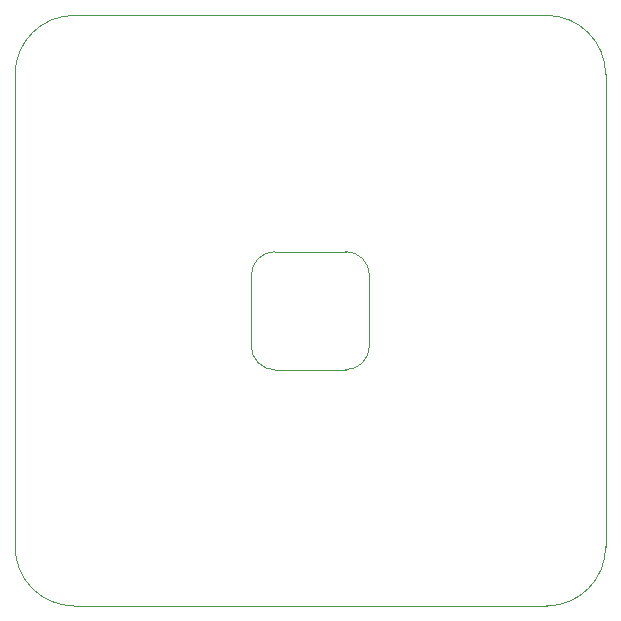
<source format=gbr>
%TF.GenerationSoftware,KiCad,Pcbnew,9.0.6*%
%TF.CreationDate,2025-11-26T00:28:20+08:00*%
%TF.ProjectId,gerber,67657262-6572-42e6-9b69-6361645f7063,rev?*%
%TF.SameCoordinates,Original*%
%TF.FileFunction,Profile,NP*%
%FSLAX46Y46*%
G04 Gerber Fmt 4.6, Leading zero omitted, Abs format (unit mm)*
G04 Created by KiCad (PCBNEW 9.0.6) date 2025-11-26 00:28:20*
%MOMM*%
%LPD*%
G01*
G04 APERTURE LIST*
%TA.AperFunction,Profile*%
%ADD10C,0.050000*%
%TD*%
G04 APERTURE END LIST*
D10*
X105000000Y-150000000D02*
G75*
G02*
X100000000Y-145000000I0J5000000D01*
G01*
X145000000Y-100000000D02*
G75*
G02*
X150000000Y-105000000I0J-5000000D01*
G01*
X122000000Y-130000000D02*
G75*
G02*
X120000000Y-128000000I0J2000000D01*
G01*
X100000000Y-145000000D02*
X100000000Y-105000000D01*
X150000000Y-145000000D02*
G75*
G02*
X145000000Y-150000000I-5000000J0D01*
G01*
X150000000Y-105000000D02*
X150000000Y-145000000D01*
X105000000Y-100000000D02*
X145000000Y-100000000D01*
X130000000Y-128000000D02*
G75*
G02*
X128000000Y-130000000I-2000000J0D01*
G01*
X145000000Y-150000000D02*
X105000000Y-150000000D01*
X128000000Y-130000000D02*
X122000000Y-130000000D01*
X120000000Y-122000000D02*
G75*
G02*
X122000000Y-120000000I2000000J0D01*
G01*
X122000000Y-120000000D02*
X128000000Y-120000000D01*
X100000000Y-105000000D02*
G75*
G02*
X105000000Y-100000000I5000000J0D01*
G01*
X130000000Y-122000000D02*
X130000000Y-128000000D01*
X120000000Y-128000000D02*
X120000000Y-122000000D01*
X128000000Y-120000000D02*
G75*
G02*
X130000000Y-122000000I0J-2000000D01*
G01*
M02*

</source>
